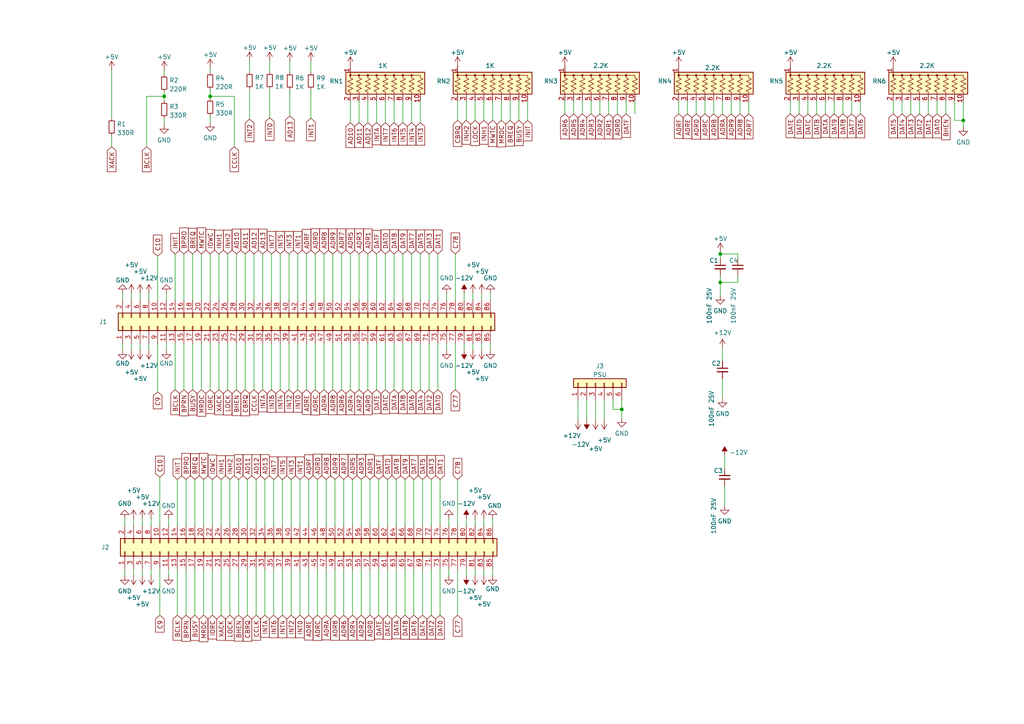
<source format=kicad_sch>
(kicad_sch (version 20211123) (generator eeschema)
  (paper "A4")
  (junction (at 208.915 81.915))
  (junction (at 208.915 73.66))
  (junction (at 47.625 27.94))
  (junction (at 60.96 27.94))
  (junction (at 279.4 34.925))
  (junction (at 180.34 118.745))
  (wire (pts (xy 109.855 152.4) (xy 109.855 139.065)))
  (wire (pts (xy 88.9 86.995) (xy 88.9 73.66)))
  (wire (pts (xy 48.895 165.1) (xy 48.895 167.005)))
  (wire (pts (xy 48.895 152.4) (xy 48.895 150.495)))
  (wire (pts (xy 135.255 29.21) (xy 135.255 34.925)))
  (wire (pts (xy 93.98 99.695) (xy 93.98 113.03)))
  (wire (pts (xy 107.315 152.4) (xy 107.315 139.065)))
  (wire (pts (xy 40.64 86.995) (xy 40.64 85.09)))
  (wire (pts (xy 127.635 165.1) (xy 127.635 178.435)))
  (wire (pts (xy 102.235 165.1) (xy 102.235 178.435)))
  (wire (pts (xy 58.42 86.995) (xy 58.42 73.66)))
  (wire (pts (xy 64.135 165.1) (xy 64.135 178.435)))
  (wire (pts (xy 109.22 86.995) (xy 109.22 73.66)))
  (wire (pts (xy 279.4 34.925) (xy 279.4 36.83)))
  (wire (pts (xy 122.555 165.1) (xy 122.555 178.435)))
  (wire (pts (xy 86.36 86.995) (xy 86.36 73.66)))
  (wire (pts (xy 125.095 165.1) (xy 125.095 178.435)))
  (wire (pts (xy 99.695 152.4) (xy 99.695 139.065)))
  (wire (pts (xy 214.63 29.21) (xy 214.63 33.02)))
  (wire (pts (xy 81.28 86.995) (xy 81.28 73.66)))
  (wire (pts (xy 90.17 26.035) (xy 90.17 34.29)))
  (wire (pts (xy 114.935 165.1) (xy 114.935 178.435)))
  (wire (pts (xy 208.915 81.915) (xy 208.915 85.725)))
  (wire (pts (xy 116.84 29.21) (xy 116.84 35.56)))
  (wire (pts (xy 71.755 165.1) (xy 71.755 178.435)))
  (wire (pts (xy 63.5 99.695) (xy 63.5 113.03)))
  (wire (pts (xy 43.18 86.995) (xy 43.18 85.09)))
  (wire (pts (xy 76.2 86.995) (xy 76.2 73.66)))
  (wire (pts (xy 139.7 86.995) (xy 139.7 85.09)))
  (wire (pts (xy 56.515 152.4) (xy 56.515 139.065)))
  (wire (pts (xy 196.85 29.21) (xy 196.85 33.02)))
  (wire (pts (xy 83.82 86.995) (xy 83.82 73.66)))
  (wire (pts (xy 86.36 99.695) (xy 86.36 113.03)))
  (wire (pts (xy 132.715 29.21) (xy 132.715 34.925)))
  (wire (pts (xy 142.875 29.21) (xy 142.875 34.925)))
  (wire (pts (xy 32.385 39.37) (xy 32.385 42.545)))
  (wire (pts (xy 76.835 165.1) (xy 76.835 178.435)))
  (wire (pts (xy 106.68 99.695) (xy 106.68 113.03)))
  (wire (pts (xy 41.275 152.4) (xy 41.275 150.495)))
  (wire (pts (xy 60.96 27.94) (xy 67.945 27.94)))
  (wire (pts (xy 142.875 152.4) (xy 142.875 150.495)))
  (wire (pts (xy 96.52 86.995) (xy 96.52 73.66)))
  (wire (pts (xy 119.38 86.995) (xy 119.38 73.66)))
  (wire (pts (xy 179.07 29.21) (xy 179.07 33.02)))
  (wire (pts (xy 38.1 86.995) (xy 38.1 85.09)))
  (wire (pts (xy 38.735 165.1) (xy 38.735 167.005)))
  (wire (pts (xy 66.675 152.4) (xy 66.675 139.065)))
  (wire (pts (xy 266.7 29.21) (xy 266.7 33.02)))
  (wire (pts (xy 55.88 99.695) (xy 55.88 113.03)))
  (wire (pts (xy 60.96 19.685) (xy 60.96 20.955)))
  (wire (pts (xy 114.3 86.995) (xy 114.3 73.66)))
  (wire (pts (xy 99.695 165.1) (xy 99.695 178.435)))
  (wire (pts (xy 163.83 29.21) (xy 163.83 33.02)))
  (wire (pts (xy 78.232 17.653) (xy 78.232 20.828)))
  (wire (pts (xy 130.175 152.4) (xy 130.175 150.495)))
  (wire (pts (xy 142.24 99.695) (xy 142.24 101.6)))
  (wire (pts (xy 72.39 17.653) (xy 72.39 20.828)))
  (wire (pts (xy 153.035 29.21) (xy 153.035 34.925)))
  (wire (pts (xy 180.34 118.745) (xy 180.34 121.285)))
  (wire (pts (xy 199.39 29.21) (xy 199.39 33.02)))
  (wire (pts (xy 60.96 26.035) (xy 60.96 27.94)))
  (wire (pts (xy 119.38 99.695) (xy 119.38 113.03)))
  (wire (pts (xy 117.475 165.1) (xy 117.475 178.435)))
  (wire (pts (xy 96.52 99.695) (xy 96.52 113.03)))
  (wire (pts (xy 104.14 99.695) (xy 104.14 113.03)))
  (wire (pts (xy 104.14 29.21) (xy 104.14 35.56)))
  (wire (pts (xy 210.185 140.97) (xy 210.185 146.685)))
  (wire (pts (xy 127.635 152.4) (xy 127.635 139.065)))
  (wire (pts (xy 53.975 165.1) (xy 53.975 178.435)))
  (wire (pts (xy 120.015 165.1) (xy 120.015 178.435)))
  (wire (pts (xy 145.415 29.21) (xy 145.415 34.925)))
  (wire (pts (xy 208.915 73.025) (xy 208.915 73.66)))
  (wire (pts (xy 47.625 34.29) (xy 47.625 36.195)))
  (wire (pts (xy 112.395 165.1) (xy 112.395 178.435)))
  (wire (pts (xy 129.54 99.695) (xy 129.54 101.6)))
  (wire (pts (xy 167.64 116.205) (xy 167.64 121.92)))
  (wire (pts (xy 121.92 86.995) (xy 121.92 73.66)))
  (wire (pts (xy 43.815 152.4) (xy 43.815 150.495)))
  (wire (pts (xy 40.64 99.695) (xy 40.64 101.6)))
  (wire (pts (xy 71.12 86.995) (xy 71.12 73.66)))
  (wire (pts (xy 84.074 26.035) (xy 84.074 33.655)))
  (wire (pts (xy 172.72 116.205) (xy 172.72 121.92)))
  (wire (pts (xy 94.615 165.1) (xy 94.615 178.435)))
  (wire (pts (xy 73.66 99.695) (xy 73.66 113.03)))
  (wire (pts (xy 61.595 165.1) (xy 61.595 178.435)))
  (wire (pts (xy 84.455 152.4) (xy 84.455 139.065)))
  (wire (pts (xy 35.56 86.995) (xy 35.56 85.09)))
  (wire (pts (xy 111.76 29.21) (xy 111.76 35.56)))
  (wire (pts (xy 247.015 29.21) (xy 247.015 33.02)))
  (wire (pts (xy 63.5 86.995) (xy 63.5 73.66)))
  (wire (pts (xy 204.47 29.21) (xy 204.47 33.02)))
  (wire (pts (xy 71.12 99.695) (xy 71.12 113.03)))
  (wire (pts (xy 117.475 152.4) (xy 117.475 139.065)))
  (wire (pts (xy 208.915 80.01) (xy 208.915 81.915)))
  (wire (pts (xy 213.995 80.01) (xy 213.995 81.915)))
  (wire (pts (xy 109.22 99.695) (xy 109.22 113.03)))
  (wire (pts (xy 50.8 99.695) (xy 50.8 113.03)))
  (wire (pts (xy 60.96 86.995) (xy 60.96 73.66)))
  (wire (pts (xy 46.355 165.1) (xy 46.355 178.435)))
  (wire (pts (xy 50.8 86.995) (xy 50.8 73.66)))
  (wire (pts (xy 47.625 27.94) (xy 47.625 29.21)))
  (wire (pts (xy 64.135 152.4) (xy 64.135 139.065)))
  (wire (pts (xy 121.92 29.21) (xy 121.92 35.56)))
  (wire (pts (xy 125.095 152.4) (xy 125.095 139.065)))
  (wire (pts (xy 86.995 165.1) (xy 86.995 178.435)))
  (wire (pts (xy 120.015 152.4) (xy 120.015 139.065)))
  (wire (pts (xy 55.88 86.995) (xy 55.88 73.66)))
  (wire (pts (xy 130.175 165.1) (xy 130.175 167.005)))
  (wire (pts (xy 93.98 86.995) (xy 93.98 73.66)))
  (wire (pts (xy 101.6 29.21) (xy 101.6 35.56)))
  (wire (pts (xy 51.435 165.1) (xy 51.435 178.435)))
  (wire (pts (xy 166.37 29.21) (xy 166.37 33.02)))
  (wire (pts (xy 38.735 152.4) (xy 38.735 150.495)))
  (wire (pts (xy 42.545 27.94) (xy 42.545 42.545)))
  (wire (pts (xy 116.84 86.995) (xy 116.84 73.66)))
  (wire (pts (xy 209.55 29.21) (xy 209.55 33.02)))
  (wire (pts (xy 137.795 29.21) (xy 137.795 34.925)))
  (wire (pts (xy 209.55 100.965) (xy 209.55 104.775)))
  (wire (pts (xy 69.215 152.4) (xy 69.215 139.065)))
  (wire (pts (xy 69.215 165.1) (xy 69.215 178.435)))
  (wire (pts (xy 35.56 99.695) (xy 35.56 101.6)))
  (wire (pts (xy 78.74 99.695) (xy 78.74 113.03)))
  (wire (pts (xy 73.66 86.995) (xy 73.66 73.66)))
  (wire (pts (xy 68.58 99.695) (xy 68.58 113.03)))
  (wire (pts (xy 137.795 165.1) (xy 137.795 167.005)))
  (wire (pts (xy 139.7 99.695) (xy 139.7 101.6)))
  (wire (pts (xy 58.42 99.695) (xy 58.42 113.03)))
  (wire (pts (xy 171.45 29.21) (xy 171.45 33.02)))
  (wire (pts (xy 127 86.995) (xy 127 73.66)))
  (wire (pts (xy 109.855 165.1) (xy 109.855 178.435)))
  (wire (pts (xy 209.55 109.855) (xy 209.55 115.57)))
  (wire (pts (xy 208.915 81.915) (xy 213.995 81.915)))
  (wire (pts (xy 91.44 86.995) (xy 91.44 73.66)))
  (wire (pts (xy 261.62 29.21) (xy 261.62 33.02)))
  (wire (pts (xy 92.075 165.1) (xy 92.075 178.435)))
  (wire (pts (xy 249.555 29.21) (xy 249.555 33.02)))
  (wire (pts (xy 264.16 29.21) (xy 264.16 33.02)))
  (wire (pts (xy 177.8 116.205) (xy 177.8 118.745)))
  (wire (pts (xy 41.275 165.1) (xy 41.275 167.005)))
  (wire (pts (xy 43.18 99.695) (xy 43.18 101.6)))
  (wire (pts (xy 140.335 152.4) (xy 140.335 150.495)))
  (wire (pts (xy 89.535 165.1) (xy 89.535 178.435)))
  (wire (pts (xy 111.76 99.695) (xy 111.76 113.03)))
  (wire (pts (xy 231.775 29.21) (xy 231.775 33.02)))
  (wire (pts (xy 78.74 86.995) (xy 78.74 73.66)))
  (wire (pts (xy 127 99.695) (xy 127 113.03)))
  (wire (pts (xy 74.295 152.4) (xy 74.295 139.065)))
  (wire (pts (xy 114.3 29.21) (xy 114.3 35.56)))
  (wire (pts (xy 101.6 99.695) (xy 101.6 113.03)))
  (wire (pts (xy 104.775 165.1) (xy 104.775 178.435)))
  (wire (pts (xy 274.32 29.21) (xy 274.32 33.02)))
  (wire (pts (xy 72.39 25.908) (xy 72.39 34.544)))
  (wire (pts (xy 129.54 86.995) (xy 129.54 85.09)))
  (wire (pts (xy 97.155 165.1) (xy 97.155 178.435)))
  (wire (pts (xy 175.26 116.205) (xy 175.26 121.92)))
  (wire (pts (xy 137.16 99.695) (xy 137.16 101.6)))
  (wire (pts (xy 53.975 152.4) (xy 53.975 139.065)))
  (wire (pts (xy 79.375 152.4) (xy 79.375 139.065)))
  (wire (pts (xy 180.34 116.205) (xy 180.34 118.745)))
  (wire (pts (xy 86.995 152.4) (xy 86.995 139.065)))
  (wire (pts (xy 241.935 29.21) (xy 241.935 33.02)))
  (wire (pts (xy 89.535 152.4) (xy 89.535 139.065)))
  (wire (pts (xy 114.935 152.4) (xy 114.935 139.065)))
  (wire (pts (xy 122.555 152.4) (xy 122.555 139.065)))
  (wire (pts (xy 78.232 25.908) (xy 78.232 34.163)))
  (wire (pts (xy 132.08 73.66) (xy 132.08 86.995)))
  (wire (pts (xy 47.625 26.67) (xy 47.625 27.94)))
  (wire (pts (xy 177.8 118.745) (xy 180.34 118.745)))
  (wire (pts (xy 269.24 29.21) (xy 269.24 33.02)))
  (wire (pts (xy 213.995 73.66) (xy 213.995 74.93)))
  (wire (pts (xy 109.22 29.21) (xy 109.22 35.56)))
  (wire (pts (xy 47.625 20.32) (xy 47.625 21.59)))
  (wire (pts (xy 79.375 165.1) (xy 79.375 178.435)))
  (wire (pts (xy 176.53 29.21) (xy 176.53 33.02)))
  (wire (pts (xy 48.26 86.995) (xy 48.26 85.09)))
  (wire (pts (xy 114.3 99.695) (xy 114.3 113.03)))
  (wire (pts (xy 81.915 152.4) (xy 81.915 139.065)))
  (wire (pts (xy 32.385 20.32) (xy 32.385 34.29)))
  (wire (pts (xy 68.58 86.995) (xy 68.58 73.66)))
  (wire (pts (xy 92.075 152.4) (xy 92.075 139.065)))
  (wire (pts (xy 244.475 29.21) (xy 244.475 33.02)))
  (wire (pts (xy 56.515 165.1) (xy 56.515 178.435)))
  (wire (pts (xy 60.96 99.695) (xy 60.96 113.03)))
  (wire (pts (xy 66.04 99.695) (xy 66.04 113.03)))
  (wire (pts (xy 140.335 29.21) (xy 140.335 34.925)))
  (wire (pts (xy 67.945 27.94) (xy 67.945 42.545)))
  (wire (pts (xy 101.6 86.995) (xy 101.6 73.66)))
  (wire (pts (xy 74.295 165.1) (xy 74.295 178.435)))
  (wire (pts (xy 212.09 29.21) (xy 212.09 33.02)))
  (wire (pts (xy 112.395 152.4) (xy 112.395 139.065)))
  (wire (pts (xy 276.86 29.21) (xy 276.86 34.925)))
  (wire (pts (xy 45.72 99.695) (xy 45.72 113.665)))
  (wire (pts (xy 217.17 29.21) (xy 217.17 33.02)))
  (wire (pts (xy 207.01 29.21) (xy 207.01 33.02)))
  (wire (pts (xy 106.68 29.21) (xy 106.68 35.56)))
  (wire (pts (xy 208.915 73.66) (xy 208.915 74.93)))
  (wire (pts (xy 88.9 99.695) (xy 88.9 113.03)))
  (wire (pts (xy 59.055 165.1) (xy 59.055 178.435)))
  (wire (pts (xy 210.185 132.08) (xy 210.185 135.89)))
  (wire (pts (xy 36.195 152.4) (xy 36.195 150.495)))
  (wire (pts (xy 46.355 138.43) (xy 46.355 152.4)))
  (wire (pts (xy 48.26 99.695) (xy 48.26 101.6)))
  (wire (pts (xy 61.595 152.4) (xy 61.595 139.065)))
  (wire (pts (xy 124.46 86.995) (xy 124.46 73.66)))
  (wire (pts (xy 84.074 17.78) (xy 84.074 20.955)))
  (wire (pts (xy 91.44 99.695) (xy 91.44 113.03)))
  (wire (pts (xy 279.4 29.21) (xy 279.4 34.925)))
  (wire (pts (xy 71.755 152.4) (xy 71.755 139.065)))
  (wire (pts (xy 236.855 29.21) (xy 236.855 33.02)))
  (wire (pts (xy 81.28 99.695) (xy 81.28 113.03)))
  (wire (pts (xy 137.16 86.995) (xy 137.16 85.09)))
  (wire (pts (xy 132.715 165.1) (xy 132.715 178.435)))
  (wire (pts (xy 168.91 29.21) (xy 168.91 33.02)))
  (wire (pts (xy 150.495 29.21) (xy 150.495 34.925)))
  (wire (pts (xy 170.18 116.205) (xy 170.18 121.92)))
  (wire (pts (xy 132.715 139.065) (xy 132.715 152.4)))
  (wire (pts (xy 59.055 152.4) (xy 59.055 139.065)))
  (wire (pts (xy 53.34 86.995) (xy 53.34 73.66)))
  (wire (pts (xy 137.795 152.4) (xy 137.795 150.495)))
  (wire (pts (xy 36.195 165.1) (xy 36.195 167.005)))
  (wire (pts (xy 60.96 33.655) (xy 60.96 35.56)))
  (wire (pts (xy 142.875 165.1) (xy 142.875 167.005)))
  (wire (pts (xy 45.72 74.295) (xy 45.72 86.995)))
  (wire (pts (xy 43.815 165.1) (xy 43.815 167.005)))
  (wire (pts (xy 271.78 29.21) (xy 271.78 33.02)))
  (wire (pts (xy 76.2 99.695) (xy 76.2 113.03)))
  (wire (pts (xy 116.84 99.695) (xy 116.84 113.03)))
  (wire (pts (xy 276.86 34.925) (xy 279.4 34.925)))
  (wire (pts (xy 201.93 29.21) (xy 201.93 33.02)))
  (wire (pts (xy 99.06 99.695) (xy 99.06 113.03)))
  (wire (pts (xy 208.915 73.66) (xy 213.995 73.66)))
  (wire (pts (xy 121.92 99.695) (xy 121.92 113.03)))
  (wire (pts (xy 97.155 152.4) (xy 97.155 139.065)))
  (wire (pts (xy 51.435 152.4) (xy 51.435 139.065)))
  (wire (pts (xy 134.62 99.695) (xy 134.62 101.6)))
  (wire (pts (xy 94.615 152.4) (xy 94.615 139.065)))
  (wire (pts (xy 119.38 29.21) (xy 119.38 35.56)))
  (wire (pts (xy 147.955 29.21) (xy 147.955 34.925)))
  (wire (pts (xy 184.15 29.21) (xy 184.15 33.02)))
  (wire (pts (xy 181.61 29.21) (xy 181.61 33.02)))
  (wire (pts (xy 229.235 29.21) (xy 229.235 33.02)))
  (wire (pts (xy 234.315 29.21) (xy 234.315 33.02)))
  (wire (pts (xy 104.14 86.995) (xy 104.14 73.66)))
  (wire (pts (xy 90.17 17.78) (xy 90.17 20.955)))
  (wire (pts (xy 104.775 152.4) (xy 104.775 139.065)))
  (wire (pts (xy 38.1 99.695) (xy 38.1 101.6)))
  (wire (pts (xy 106.68 86.995) (xy 106.68 73.66)))
  (wire (pts (xy 259.08 29.21) (xy 259.08 33.02)))
  (wire (pts (xy 47.625 27.94) (xy 42.545 27.94)))
  (wire (pts (xy 140.335 165.1) (xy 140.335 167.005)))
  (wire (pts (xy 66.675 165.1) (xy 66.675 178.435)))
  (wire (pts (xy 135.255 165.1) (xy 135.255 167.005)))
  (wire (pts (xy 53.34 99.695) (xy 53.34 113.03)))
  (wire (pts (xy 173.99 29.21) (xy 173.99 33.02)))
  (wire (pts (xy 134.62 86.995) (xy 134.62 85.09)))
  (wire (pts (xy 99.06 86.995) (xy 99.06 73.66)))
  (wire (pts (xy 66.04 86.995) (xy 66.04 73.66)))
  (wire (pts (xy 135.255 152.4) (xy 135.255 150.495)))
  (wire (pts (xy 142.24 86.995) (xy 142.24 85.09)))
  (wire (pts (xy 132.08 99.695) (xy 132.08 113.03)))
  (wire (pts (xy 60.96 27.94) (xy 60.96 28.575)))
  (wire (pts (xy 83.82 99.695) (xy 83.82 113.03)))
  (wire (pts (xy 107.315 165.1) (xy 107.315 178.435)))
  (wire (pts (xy 102.235 152.4) (xy 102.235 139.065)))
  (wire (pts (xy 76.835 152.4) (xy 76.835 139.065)))
  (wire (pts (xy 124.46 99.695) (xy 124.46 113.03)))
  (wire (pts (xy 111.76 86.995) (xy 111.76 73.66)))
  (wire (pts (xy 239.395 29.21) (xy 239.395 33.02)))
  (wire (pts (xy 84.455 165.1) (xy 84.455 178.435)))
  (wire (pts (xy 81.915 165.1) (xy 81.915 178.435)))
  (global_label "DATB" (shape input) (at 236.855 33.02 270) (property "Intersheet References" "${INTERSHEET_REFS}" (effects hide)))
  (global_label "DAT0" (shape input) (at 127.635 178.435 270) (property "Intersheet References" "${INTERSHEET_REFS}" (effects hide)))
  (global_label "DATE" (shape input) (at 109.855 178.435 270) (property "Intersheet References" "${INTERSHEET_REFS}" (effects hide)))
  (global_label "INTA" (shape input) (at 76.2 113.03 270) (property "Intersheet References" "${INTERSHEET_REFS}" (effects hide)))
  (global_label "MWTC" (shape input) (at 58.42 73.66 90) (property "Intersheet References" "${INTERSHEET_REFS}" (effects hide)))
  (global_label "INTA" (shape input) (at 76.835 178.435 270) (property "Intersheet References" "${INTERSHEET_REFS}" (effects hide)))
  (global_label "AD13" (shape input) (at 84.074 33.655 270) (property "Intersheet References" "${INTERSHEET_REFS}" (effects hide)))
  (global_label "MWTC" (shape input) (at 59.055 139.065 90) (property "Intersheet References" "${INTERSHEET_REFS}" (effects hide)))
  (global_label "INIT" (shape input) (at 153.035 34.925 270) (property "Intersheet References" "${INTERSHEET_REFS}" (effects hide)))
  (global_label "INT7" (shape input) (at 79.375 139.065 90) (property "Intersheet References" "${INTERSHEET_REFS}" (effects hide)))
  (global_label "DATC" (shape input) (at 111.76 113.03 270) (property "Intersheet References" "${INTERSHEET_REFS}" (effects hide)))
  (global_label "AD12" (shape input) (at 74.295 139.065 90) (property "Intersheet References" "${INTERSHEET_REFS}" (effects hide)))
  (global_label "ADR0" (shape input) (at 107.315 178.435 270) (property "Intersheet References" "${INTERSHEET_REFS}" (effects hide)))
  (global_label "BPRO" (shape input) (at 53.34 73.66 90) (property "Intersheet References" "${INTERSHEET_REFS}" (effects hide)))
  (global_label "BCLK" (shape input) (at 42.545 42.545 270) (property "Intersheet References" "${INTERSHEET_REFS}" (effects hide)))
  (global_label "BHEN" (shape input) (at 69.215 178.435 270) (property "Intersheet References" "${INTERSHEET_REFS}" (effects hide)))
  (global_label "CCLK" (shape input) (at 74.295 178.435 270) (property "Intersheet References" "${INTERSHEET_REFS}" (effects hide)))
  (global_label "C77" (shape input) (at 132.715 178.435 270) (property "Intersheet References" "${INTERSHEET_REFS}" (effects hide)))
  (global_label "ADR4" (shape input) (at 168.91 33.02 270) (property "Intersheet References" "${INTERSHEET_REFS}" (effects hide)))
  (global_label "INT1" (shape input) (at 86.995 139.065 90) (property "Intersheet References" "${INTERSHEET_REFS}" (effects hide)))
  (global_label "DATC" (shape input) (at 112.395 178.435 270) (property "Intersheet References" "${INTERSHEET_REFS}" (effects hide)))
  (global_label "DAT5" (shape input) (at 122.555 139.065 90) (property "Intersheet References" "${INTERSHEET_REFS}" (effects hide)))
  (global_label "ADR4" (shape input) (at 102.235 178.435 270) (property "Intersheet References" "${INTERSHEET_REFS}" (effects hide)))
  (global_label "AD11" (shape input) (at 71.755 139.065 90) (property "Intersheet References" "${INTERSHEET_REFS}" (effects hide)))
  (global_label "DAT0" (shape input) (at 127 113.03 270) (property "Intersheet References" "${INTERSHEET_REFS}" (effects hide)))
  (global_label "INT2" (shape input) (at 72.39 34.544 270) (property "Intersheet References" "${INTERSHEET_REFS}" (effects hide)))
  (global_label "ADRA" (shape input) (at 94.615 178.435 270) (property "Intersheet References" "${INTERSHEET_REFS}" (effects hide)))
  (global_label "INT3" (shape input) (at 121.92 35.56 270) (property "Intersheet References" "${INTERSHEET_REFS}" (effects hide)))
  (global_label "INH2" (shape input) (at 135.255 34.925 270) (property "Intersheet References" "${INTERSHEET_REFS}" (effects hide)))
  (global_label "ADR1" (shape input) (at 106.68 73.66 90) (property "Intersheet References" "${INTERSHEET_REFS}" (effects hide)))
  (global_label "CCLK" (shape input) (at 73.66 113.03 270) (property "Intersheet References" "${INTERSHEET_REFS}" (effects hide)))
  (global_label "CBRQ" (shape input) (at 132.715 34.925 270) (property "Intersheet References" "${INTERSHEET_REFS}" (effects hide)))
  (global_label "ADR0" (shape input) (at 179.07 33.02 270) (property "Intersheet References" "${INTERSHEET_REFS}" (effects hide)))
  (global_label "ADR8" (shape input) (at 214.63 33.02 270) (property "Intersheet References" "${INTERSHEET_REFS}" (effects hide)))
  (global_label "ADRF" (shape input) (at 88.9 73.66 90) (property "Intersheet References" "${INTERSHEET_REFS}" (effects hide)))
  (global_label "INT2" (shape input) (at 84.455 178.435 270) (property "Intersheet References" "${INTERSHEET_REFS}" (effects hide)))
  (global_label "DATA" (shape input) (at 114.3 113.03 270) (property "Intersheet References" "${INTERSHEET_REFS}" (effects hide)))
  (global_label "MRDC" (shape input) (at 58.42 113.03 270) (property "Intersheet References" "${INTERSHEET_REFS}" (effects hide)))
  (global_label "INT1" (shape input) (at 86.36 73.66 90) (property "Intersheet References" "${INTERSHEET_REFS}" (effects hide)))
  (global_label "DAT3" (shape input) (at 264.16 33.02 270) (property "Intersheet References" "${INTERSHEET_REFS}" (effects hide)))
  (global_label "AD12" (shape input) (at 73.66 73.66 90) (property "Intersheet References" "${INTERSHEET_REFS}" (effects hide)))
  (global_label "INH1" (shape input) (at 64.135 139.065 90) (property "Intersheet References" "${INTERSHEET_REFS}" (effects hide)))
  (global_label "AD13" (shape input) (at 76.2 73.66 90) (property "Intersheet References" "${INTERSHEET_REFS}" (effects hide)))
  (global_label "DATC" (shape input) (at 234.315 33.02 270) (property "Intersheet References" "${INTERSHEET_REFS}" (effects hide)))
  (global_label "BCLK" (shape input) (at 51.435 178.435 270) (property "Intersheet References" "${INTERSHEET_REFS}" (effects hide)))
  (global_label "ADRC" (shape input) (at 204.47 33.02 270) (property "Intersheet References" "${INTERSHEET_REFS}" (effects hide)))
  (global_label "DAT1" (shape input) (at 127 73.66 90) (property "Intersheet References" "${INTERSHEET_REFS}" (effects hide)))
  (global_label "ADRC" (shape input) (at 92.075 178.435 270) (property "Intersheet References" "${INTERSHEET_REFS}" (effects hide)))
  (global_label "INT6" (shape input) (at 79.375 178.435 270) (property "Intersheet References" "${INTERSHEET_REFS}" (effects hide)))
  (global_label "DAT2" (shape input) (at 266.7 33.02 270) (property "Intersheet References" "${INTERSHEET_REFS}" (effects hide)))
  (global_label "BHEN" (shape input) (at 68.58 113.03 270) (property "Intersheet References" "${INTERSHEET_REFS}" (effects hide)))
  (global_label "DATB" (shape input) (at 114.935 139.065 90) (property "Intersheet References" "${INTERSHEET_REFS}" (effects hide)))
  (global_label "ADRF" (shape input) (at 196.85 33.02 270) (property "Intersheet References" "${INTERSHEET_REFS}" (effects hide)))
  (global_label "ADR3" (shape input) (at 104.775 139.065 90) (property "Intersheet References" "${INTERSHEET_REFS}" (effects hide)))
  (global_label "INT3" (shape input) (at 84.455 139.065 90) (property "Intersheet References" "${INTERSHEET_REFS}" (effects hide)))
  (global_label "CBRQ" (shape input) (at 71.755 178.435 270) (property "Intersheet References" "${INTERSHEET_REFS}" (effects hide)))
  (global_label "CBRQ" (shape input) (at 71.12 113.03 270) (property "Intersheet References" "${INTERSHEET_REFS}" (effects hide)))
  (global_label "ADRA" (shape input) (at 93.98 113.03 270) (property "Intersheet References" "${INTERSHEET_REFS}" (effects hide)))
  (global_label "AD10" (shape input) (at 101.6 35.56 270) (property "Intersheet References" "${INTERSHEET_REFS}" (effects hide)))
  (global_label "BCLK" (shape input) (at 50.8 113.03 270) (property "Intersheet References" "${INTERSHEET_REFS}" (effects hide)))
  (global_label "ADR2" (shape input) (at 104.14 113.03 270) (property "Intersheet References" "${INTERSHEET_REFS}" (effects hide)))
  (global_label "INT3" (shape input) (at 83.82 73.66 90) (property "Intersheet References" "${INTERSHEET_REFS}" (effects hide)))
  (global_label "ADR5" (shape input) (at 166.37 33.02 270) (property "Intersheet References" "${INTERSHEET_REFS}" (effects hide)))
  (global_label "MWTC" (shape input) (at 142.875 34.925 270) (property "Intersheet References" "${INTERSHEET_REFS}" (effects hide)))
  (global_label "AD10" (shape input) (at 68.58 73.66 90) (property "Intersheet References" "${INTERSHEET_REFS}" (effects hide)))
  (global_label "ADRE" (shape input) (at 199.39 33.02 270) (property "Intersheet References" "${INTERSHEET_REFS}" (effects hide)))
  (global_label "ADR8" (shape input) (at 97.155 178.435 270) (property "Intersheet References" "${INTERSHEET_REFS}" (effects hide)))
  (global_label "INT4" (shape input) (at 81.28 113.03 270) (property "Intersheet References" "${INTERSHEET_REFS}" (effects hide)))
  (global_label "DAT6" (shape input) (at 249.555 33.02 270) (property "Intersheet References" "${INTERSHEET_REFS}" (effects hide)))
  (global_label "ADRF" (shape input) (at 89.535 139.065 90) (property "Intersheet References" "${INTERSHEET_REFS}" (effects hide)))
  (global_label "DATF" (shape input) (at 109.22 73.66 90) (property "Intersheet References" "${INTERSHEET_REFS}" (effects hide)))
  (global_label "BUSY" (shape input) (at 150.495 34.925 270) (property "Intersheet References" "${INTERSHEET_REFS}" (effects hide)))
  (global_label "ADR7" (shape input) (at 99.695 139.065 90) (property "Intersheet References" "${INTERSHEET_REFS}" (effects hide)))
  (global_label "LOCK" (shape input) (at 137.795 34.925 270) (property "Intersheet References" "${INTERSHEET_REFS}" (effects hide)))
  (global_label "INT0" (shape input) (at 86.995 178.435 270) (property "Intersheet References" "${INTERSHEET_REFS}" (effects hide)))
  (global_label "DATD" (shape input) (at 231.775 33.02 270) (property "Intersheet References" "${INTERSHEET_REFS}" (effects hide)))
  (global_label "XACK" (shape input) (at 63.5 113.03 270) (property "Intersheet References" "${INTERSHEET_REFS}" (effects hide)))
  (global_label "INIT" (shape input) (at 51.435 139.065 90) (property "Intersheet References" "${INTERSHEET_REFS}" (effects hide)))
  (global_label "INH2" (shape input) (at 66.04 73.66 90) (property "Intersheet References" "${INTERSHEET_REFS}" (effects hide)))
  (global_label "INH1" (shape input) (at 63.5 73.66 90) (property "Intersheet References" "${INTERSHEET_REFS}" (effects hide)))
  (global_label "ADRE" (shape input) (at 88.9 113.03 270) (property "Intersheet References" "${INTERSHEET_REFS}" (effects hide)))
  (global_label "MRDC" (shape input) (at 145.415 34.925 270) (property "Intersheet References" "${INTERSHEET_REFS}" (effects hide)))
  (global_label "C10" (shape input) (at 46.355 138.43 90) (property "Intersheet References" "${INTERSHEET_REFS}" (effects hide)))
  (global_label "ADR6" (shape input) (at 163.83 33.02 270) (property "Intersheet References" "${INTERSHEET_REFS}" (effects hide)))
  (global_label "INH2" (shape input) (at 66.675 139.065 90) (property "Intersheet References" "${INTERSHEET_REFS}" (effects hide)))
  (global_label "ADR5" (shape input) (at 101.6 73.66 90) (property "Intersheet References" "${INTERSHEET_REFS}" (effects hide)))
  (global_label "ADRD" (shape input) (at 91.44 73.66 90) (property "Intersheet References" "${INTERSHEET_REFS}" (effects hide)))
  (global_label "ADR4" (shape input) (at 101.6 113.03 270) (property "Intersheet References" "${INTERSHEET_REFS}" (effects hide)))
  (global_label "AD10" (shape input) (at 69.215 139.065 90) (property "Intersheet References" "${INTERSHEET_REFS}" (effects hide)))
  (global_label "ADRD" (shape input) (at 92.075 139.065 90) (property "Intersheet References" "${INTERSHEET_REFS}" (effects hide)))
  (global_label "C9" (shape input) (at 45.72 113.665 270) (property "Intersheet References" "${INTERSHEET_REFS}" (effects hide)))
  (global_label "DAT4" (shape input) (at 261.62 33.02 270) (property "Intersheet References" "${INTERSHEET_REFS}" (effects hide)))
  (global_label "DATE" (shape input) (at 109.22 113.03 270) (property "Intersheet References" "${INTERSHEET_REFS}" (effects hide)))
  (global_label "AD11" (shape input) (at 71.12 73.66 90) (property "Intersheet References" "${INTERSHEET_REFS}" (effects hide)))
  (global_label "DAT3" (shape input) (at 124.46 73.66 90) (property "Intersheet References" "${INTERSHEET_REFS}" (effects hide)))
  (global_label "DAT5" (shape input) (at 259.08 33.02 270) (property "Intersheet References" "${INTERSHEET_REFS}" (effects hide)))
  (global_label "DAT8" (shape input) (at 244.475 33.02 270) (property "Intersheet References" "${INTERSHEET_REFS}" (effects hide)))
  (global_label "ADRD" (shape input) (at 201.93 33.02 270) (property "Intersheet References" "${INTERSHEET_REFS}" (effects hide)))
  (global_label "INT4" (shape input) (at 81.915 178.435 270) (property "Intersheet References" "${INTERSHEET_REFS}" (effects hide)))
  (global_label "INT0" (shape input) (at 78.232 34.163 270) (property "Intersheet References" "${INTERSHEET_REFS}" (effects hide)))
  (global_label "C9" (shape input) (at 46.355 178.435 270) (property "Intersheet References" "${INTERSHEET_REFS}" (effects hide)))
  (global_label "XACK" (shape input) (at 64.135 178.435 270) (property "Intersheet References" "${INTERSHEET_REFS}" (effects hide)))
  (global_label "BUSY" (shape input) (at 56.515 178.435 270) (property "Intersheet References" "${INTERSHEET_REFS}" (effects hide)))
  (global_label "AD11" (shape input) (at 104.14 35.56 270) (property "Intersheet References" "${INTERSHEET_REFS}" (effects hide)))
  (global_label "INT1" (shape input) (at 90.17 34.29 270) (property "Intersheet References" "${INTERSHEET_REFS}" (effects hide)))
  (global_label "DAT7" (shape input) (at 120.015 139.065 90) (property "Intersheet References" "${INTERSHEET_REFS}" (effects hide)))
  (global_label "ADR6" (shape input) (at 99.06 113.03 270) (property "Intersheet References" "${INTERSHEET_REFS}" (effects hide)))
  (global_label "DAT6" (shape input) (at 119.38 113.03 270) (property "Intersheet References" "${INTERSHEET_REFS}" (effects hide)))
  (global_label "IORC" (shape input) (at 61.595 178.435 270) (property "Intersheet References" "${INTERSHEET_REFS}" (effects hide)))
  (global_label "INT5" (shape input) (at 116.84 35.56 270) (property "Intersheet References" "${INTERSHEET_REFS}" (effects hide)))
  (global_label "INT7" (shape input) (at 111.76 35.56 270) (property "Intersheet References" "${INTERSHEET_REFS}" (effects hide)))
  (global_label "ADR9" (shape input) (at 97.155 139.065 90) (property "Intersheet References" "${INTERSHEET_REFS}" (effects hide)))
  (global_label "DATA" (shape input) (at 239.395 33.02 270) (property "Intersheet References" "${INTERSHEET_REFS}" (effects hide)))
  (global_label "DATE" (shape input) (at 229.235 33.02 270) (property "Intersheet References" "${INTERSHEET_REFS}" (effects hide)))
  (global_label "DAT3" (shape input) (at 125.095 139.065 90) (property "Intersheet References" "${INTERSHEET_REFS}" (effects hide)))
  (global_label "ADR1" (shape input) (at 107.315 139.065 90) (property "Intersheet References" "${INTERSHEET_REFS}" (effects hide)))
  (global_label "DAT5" (shape input) (at 121.92 73.66 90) (property "Intersheet References" "${INTERSHEET_REFS}" (effects hide)))
  (global_label "ADRB" (shape input) (at 207.01 33.02 270) (property "Intersheet References" "${INTERSHEET_REFS}" (effects hide)))
  (global_label "BUSY" (shape input) (at 55.88 113.03 270) (property "Intersheet References" "${INTERSHEET_REFS}" (effects hide)))
  (global_label "INTA" (shape input) (at 109.22 35.56 270) (property "Intersheet References" "${INTERSHEET_REFS}" (effects hide)))
  (global_label "BHEN" (shape input) (at 274.32 33.02 270) (property "Intersheet References" "${INTERSHEET_REFS}" (effects hide)))
  (global_label "ADR0" (shape input) (at 106.68 113.03 270) (property "Intersheet References" "${INTERSHEET_REFS}" (effects hide)))
  (global_label "INH1" (shape input) (at 140.335 34.925 270) (property "Intersheet References" "${INTERSHEET_REFS}" (effects hide)))
  (global_label "DAT0" (shape input) (at 271.78 33.02 270) (property "Intersheet References" "${INTERSHEET_REFS}" (effects hide)))
  (global_label "BPRO" (shape input) (at 53.975 139.065 90) (property "Intersheet References" "${INTERSHEET_REFS}" (effects hide)))
  (global_label "DAT7" (shape input) (at 119.38 73.66 90) (property "Intersheet References" "${INTERSHEET_REFS}" (effects hide)))
  (global_label "XACK" (shape input) (at 32.385 42.545 270) (property "Intersheet References" "${INTERSHEET_REFS}" (effects hide)))
  (global_label "DATF" (shape input) (at 181.61 33.02 270) (property "Intersheet References" "${INTERSHEET_REFS}" (effects hide)))
  (global_label "C78" (shape input) (at 132.715 139.065 90) (property "Intersheet References" "${INTERSHEET_REFS}" (effects hide)))
  (global_label "INT7" (shape input) (at 78.74 73.66 90) (property "Intersheet References" "${INTERSHEET_REFS}" (effects hide)))
  (global_label "ADR9" (shape input) (at 212.09 33.02 270) (property "Intersheet References" "${INTERSHEET_REFS}" (effects hide)))
  (global_label "ADR5" (shape input) (at 102.235 139.065 90) (property "Intersheet References" "${INTERSHEET_REFS}" (effects hide)))
  (global_label "DATD" (shape input) (at 112.395 139.065 90) (property "Intersheet References" "${INTERSHEET_REFS}" (effects hide)))
  (global_label "INT0" (shape input) (at 86.36 113.03 270) (property "Intersheet References" "${INTERSHEET_REFS}" (effects hide)))
  (global_label "DAT4" (shape input) (at 121.92 113.03 270) (property "Intersheet References" "${INTERSHEET_REFS}" (effects hide)))
  (global_label "DAT9" (shape input) (at 117.475 139.065 90) (property "Intersheet References" "${INTERSHEET_REFS}" (effects hide)))
  (global_label "INT5" (shape input) (at 81.28 73.66 90) (property "Intersheet References" "${INTERSHEET_REFS}" (effects hide)))
  (global_label "DATA" (shape input) (at 114.935 178.435 270) (property "Intersheet References" "${INTERSHEET_REFS}" (effects hide)))
  (global_label "DATF" (shape input) (at 109.855 139.065 90) (property "Intersheet References" "${INTERSHEET_REFS}" (effects hide)))
  (global_label "IORC" (shape input) (at 60.96 113.03 270) (property "Intersheet References" "${INTERSHEET_REFS}" (effects hide)))
  (global_label "C78" (shape input) (at 132.08 73.66 90) (property "Intersheet References" "${INTERSHEET_REFS}" (effects hide)))
  (global_label "ADR3" (shape input) (at 104.14 73.66 90) (property "Intersheet References" "${INTERSHEET_REFS}" (effects hide)))
  (global_label "DAT1" (shape input) (at 127.635 139.065 90) (property "Intersheet References" "${INTERSHEET_REFS}" (effects hide)))
  (global_label "DAT8" (shape input) (at 116.84 113.03 270) (property "Intersheet References" "${INTERSHEET_REFS}" (effects hide)))
  (global_label "AD13" (shape input) (at 76.835 139.065 90) (property "Intersheet References" "${INTERSHEET_REFS}" (effects hide)))
  (global_label "DAT9" (shape input) (at 241.935 33.02 270) (property "Intersheet References" "${INTERSHEET_REFS}" (effects hide)))
  (global_label "LOCK" (shape input) (at 66.675 178.435 270) (property "Intersheet References" "${INTERSHEET_REFS}" (effects hide)))
  (global_label "BREQ" (shape input) (at 147.955 34.925 270) (property "Intersheet References" "${INTERSHEET_REFS}" (effects hide)))
  (global_label "IOWC" (shape input) (at 61.595 139.065 90) (property "Intersheet References" "${INTERSHEET_REFS}" (effects hide)))
  (global_label "INT5" (shape input) (at 81.915 139.065 90) (property "Intersheet References" "${INTERSHEET_REFS}" (effects hide)))
  (global_label "ADRC" (shape input) (at 91.44 113.03 270) (property "Intersheet References" "${INTERSHEET_REFS}" (effects hide)))
  (global_label "ADR6" (shape input) (at 99.695 178.435 270) (property "Intersheet References" "${INTERSHEET_REFS}" (effects hide)))
  (global_label "DATD" (shape input) (at 111.76 73.66 90) (property "Intersheet References" "${INTERSHEET_REFS}" (effects hide)))
  (global_label "ADRE" (shape input) (at 89.535 178.435 270) (property "Intersheet References" "${INTERSHEET_REFS}" (effects hide)))
  (global_label "DAT2" (shape input) (at 125.095 178.435 270) (property "Intersheet References" "${INTERSHEET_REFS}" (effects hide)))
  (global_label "ADR7" (shape input) (at 99.06 73.66 90) (property "Intersheet References" "${INTERSHEET_REFS}" (effects hide)))
  (global_label "INT2" (shape input) (at 83.82 113.03 270) (property "Intersheet References" "${INTERSHEET_REFS}" (effects hide)))
  (global_label "DAT4" (shape input) (at 122.555 178.435 270) (property "Intersheet References" "${INTERSHEET_REFS}" (effects hide)))
  (global_label "BPRN" (shape input) (at 53.975 178.435 270) (property "Intersheet References" "${INTERSHEET_REFS}" (effects hide)))
  (global_label "ADR3" (shape input) (at 171.45 33.02 270) (property "Intersheet References" "${INTERSHEET_REFS}" (effects hide)))
  (global_label "DAT2" (shape input) (at 124.46 113.03 270) (property "Intersheet References" "${INTERSHEET_REFS}" (effects hide)))
  (global_label "BREQ" (shape input) (at 55.88 73.66 90) (property "Intersheet References" "${INTERSHEET_REFS}" (effects hide)))
  (global_label "ADR9" (shape input) (at 96.52 73.66 90) (property "Intersheet References" "${INTERSHEET_REFS}" (effects hide)))
  (global_label "ADRB" (shape input) (at 94.615 139.065 90) (property "Intersheet References" "${INTERSHEET_REFS}" (effects hide)))
  (global_label "C10" (shape input) (at 45.72 74.295 90) (property "Intersheet References" "${INTERSHEET_REFS}" (effects hide)))
  (global_label "IOWC" (shape input) (at 60.96 73.66 90) (property "Intersheet References" "${INTERSHEET_REFS}" (effects hide)))
  (global_label "ADR2" (shape input) (at 104.775 178.435 270) (property "Intersheet References" "${INTERSHEET_REFS}" (effects hide)))
  (global_label "ADR7" (shape input) (at 217.17 33.02 270) (property "Intersheet References" "${INTERSHEET_REFS}" (effects hide)))
  (global_label "ADRB" (shape input) (at 93.98 73.66 90) (property "Intersheet References" "${INTERSHEET_REFS}" (effects hide)))
  (global_label "AD12" (shape input) (at 106.68 35.56 270) (property "Intersheet References" "${INTERSHEET_REFS}" (effects hide)))
  (global_label "BREQ" (shape input) (at 56.515 139.065 90) (property "Intersheet References" "${INTERSHEET_REFS}" (effects hide)))
  (global_label "DAT9" (shape input) (at 116.84 73.66 90) (property "Intersheet References" "${INTERSHEET_REFS}" (effects hide)))
  (global_label "DAT7" (shape input) (at 247.015 33.02 270) (property "Intersheet References" "${INTERSHEET_REFS}" (effects hide)))
  (global_label "INIT" (shape input) (at 50.8 73.66 90) (property "Intersheet References" "${INTERSHEET_REFS}" (effects hide)))
  (global_label "LOCK" (shape input) (at 66.04 113.03 270) (property "Intersheet References" "${INTERSHEET_REFS}" (effects hide)))
  (global_label "INT6" (shape input) (at 78.74 113.03 270) (property "Intersheet References" "${INTERSHEET_REFS}" (effects hide)))
  (global_label "ADR2" (shape input) (at 173.99 33.02 270) (property "Intersheet References" "${INTERSHEET_REFS}" (effects hide)))
  (global_label "C77" (shape input) (at 132.08 113.03 270) (property "Intersheet References" "${INTERSHEET_REFS}" (effects hide)))
  (global_label "DAT8" (shape input) (at 117.475 178.435 270) (property "Intersheet References" "${INTERSHEET_REFS}" (effects hide)))
  (global_label "ADRA" (shape input) (at 209.55 33.02 270) (property "Intersheet References" "${INTERSHEET_REFS}" (effects hide)))
  (global_label "ADR1" (shape input) (at 176.53 33.02 270) (property "Intersheet References" "${INTERSHEET_REFS}" (effects hide)))
  (global_label "DATB" (shape input) (at 114.3 73.66 90) (property "Intersheet References" "${INTERSHEET_REFS}" (effects hide)))
  (global_label "CCLK" (shape input) (at 67.945 42.545 270) (property "Intersheet References" "${INTERSHEET_REFS}" (effects hide)))
  (global_label "INT6" (shape input) (at 114.3 35.56 270) (property "Intersheet References" "${INTERSHEET_REFS}" (effects hide)))
  (global_label "DAT1" (shape input) (at 269.24 33.02 270) (property "Intersheet References" "${INTERSHEET_REFS}" (effects hide)))
  (global_label "DAT6" (shape input) (at 120.015 178.435 270) (property "Intersheet References" "${INTERSHEET_REFS}" (effects hide)))
  (global_label "ADR8" (shape input) (at 96.52 113.03 270) (property "Intersheet References" "${INTERSHEET_REFS}" (effects hide)))
  (global_label "MRDC" (shape input) (at 59.055 178.435 270) (property "Intersheet References" "${INTERSHEET_REFS}" (effects hide)))
  (global_label "INT4" (shape input) (at 119.38 35.56 270) (property "Intersheet References" "${INTERSHEET_REFS}" (effects hide)))
  (global_label "BPRN" (shape input) (at 53.34 113.03 270) (property "Intersheet References" "${INTERSHEET_REFS}" (effects hide)))
  (symbol (lib_id "power:GND") (at 180.34 121.285 0) (unit 1)
    (property "Reference" "#PWR053" (effects hide))
    (property "Value" "GND" (at 180.34 125.73 0))
  )
  (symbol (lib_id "power:GND") (at 142.875 167.005 0) (unit 1)
    (property "Reference" "#PWR047" (effects hide))
    (property "Value" "GND" (at 142.875 170.815 0))
  )
  (symbol (lib_id "power:+5V") (at 101.6 19.05 0) (unit 1)
    (property "Reference" "#PWR026" (effects hide))
    (property "Value" "+5V" (at 101.6 15.24 0))
  )
  (symbol (lib_id "power:GND") (at 60.96 35.56 0) (unit 1)
    (property "Reference" "#PWR025" (effects hide))
    (property "Value" "GND" (at 60.96 40.005 0))
  )
  (symbol (lib_id "power:GND") (at 142.24 85.09 180) (unit 1)
    (property "Reference" "#PWR044" (effects hide))
    (property "Value" "GND" (at 142.24 80.645 0))
  )
  (symbol (lib_id "power:+5V") (at 137.16 101.6 180) (unit 1)
    (property "Reference" "#PWR037" (effects hide))
    (property "Value" "+5V" (at 137.16 107.95 0))
  )
  (symbol (lib_id "power:GND") (at 142.875 150.495 180) (unit 1)
    (property "Reference" "#PWR046" (effects hide))
    (property "Value" "GND" (at 143.51 146.685 0))
  )
  (symbol (lib_id "Device:R_Small") (at 47.625 31.75 0) (unit 1)
    (property "Reference" "R3" (at 49.1236 30.9153 0) (effects (justify left)))
    (property "Value" "330R" (at 49.1236 33.4522 0) (effects (justify left)))
    (property "Footprint" "Resistor_THT:R_Axial_DIN0204_L3.6mm_D1.6mm_P5.08mm_Horizontal" (effects hide))
  )
  (symbol (lib_id "power:-12V") (at 134.62 85.09 0) (unit 1)
    (property "Reference" "#PWR032" (effects hide))
    (property "Value" "-12V" (at 134.62 80.6466 0))
  )
  (symbol (lib_id "power:+5V") (at 60.96 19.685 0) (unit 1)
    (property "Reference" "#PWR024" (effects hide))
    (property "Value" "+5V" (at 60.96 15.875 0))
  )
  (symbol (lib_id "power:GND") (at 279.4 36.83 0) (unit 1)
    (property "Reference" "#PWR?" (effects hide))
    (property "Value" "GND" (at 279.4 41.275 0))
  )
  (symbol (lib_id "power:+5V") (at 38.1 101.6 180) (unit 1)
    (property "Reference" "#PWR07" (effects hide))
    (property "Value" "+5V" (at 38.1 107.95 0))
  )
  (symbol (lib_id "power:+12V") (at 43.815 150.495 0) (unit 1)
    (property "Reference" "#PWR016" (effects hide))
    (property "Value" "+12V" (at 43.815 146.0516 0))
  )
  (symbol (lib_id "power:+5V") (at 38.735 167.005 180) (unit 1)
    (property "Reference" "#PWR09" (effects hide))
    (property "Value" "+5V" (at 38.735 173.355 0))
  )
  (symbol (lib_id "power:+5V") (at 137.795 167.005 180) (unit 1)
    (property "Reference" "#PWR039" (effects hide))
    (property "Value" "+5V" (at 137.795 173.355 0))
  )
  (symbol (lib_id "power:+5V") (at 38.1 85.09 0) (unit 1)
    (property "Reference" "#PWR06" (effects hide))
    (property "Value" "+5V" (at 38.1 76.835 0))
  )
  (symbol (lib_id "power:+5V") (at 175.26 121.92 180) (unit 1)
    (property "Reference" "#PWR052" (effects hide))
    (property "Value" "+5V" (at 175.26 127.635 0))
  )
  (symbol (lib_id "power:+5V") (at 163.83 19.05 0) (unit 1)
    (property "Reference" "#PWR048" (effects hide))
    (property "Value" "+5V" (at 163.83 15.24 0))
  )
  (symbol (lib_id "power:+5V") (at 40.64 101.6 180) (unit 1)
    (property "Reference" "#PWR011" (effects hide))
    (property "Value" "+5V" (at 40.64 109.855 0))
  )
  (symbol (lib_id "power:-12V") (at 135.255 167.005 180) (unit 1)
    (property "Reference" "#PWR035" (effects hide))
    (property "Value" "-12V" (at 135.255 171.4484 0))
  )
  (symbol (lib_id "power:+5V") (at 139.7 85.09 0) (unit 1)
    (property "Reference" "#PWR040" (effects hide))
    (property "Value" "+5V" (at 139.7 78.74 0))
  )
  (symbol (lib_id "power:+5V") (at 132.715 19.05 0) (unit 1)
    (property "Reference" "#PWR031" (effects hide))
    (property "Value" "+5V" (at 132.715 15.24 0))
  )
  (symbol (lib_id "power:+5V") (at 139.7 101.6 180) (unit 1)
    (property "Reference" "#PWR041" (effects hide))
    (property "Value" "+5V" (at 139.7 109.855 0))
  )
  (symbol (lib_id "power:+5V") (at 72.39 17.653 0) (unit 1)
    (property "Reference" "#PWR064" (effects hide))
    (property "Value" "+5V" (at 72.39 13.843 0))
  )
  (symbol (lib_id "power:GND") (at 48.895 167.005 0) (unit 1)
    (property "Reference" "#PWR023" (effects hide))
    (property "Value" "GND" (at 48.895 171.45 0))
  )
  (symbol (lib_id "power:GND") (at 142.24 101.6 0) (unit 1)
    (property "Reference" "#PWR045" (effects hide))
    (property "Value" "GND" (at 142.24 106.045 0))
  )
  (symbol (lib_id "Device:R_Network09_US") (at 111.76 24.13 0) (unit 1)
    (property "Reference" "RN1" (at 99.5681 23.5493 0) (effects (justify right)))
    (property "Value" "1K" (at 112.395 19.05 0) (effects (justify right)))
    (property "Footprint" "Resistor_THT:R_Array_SIP10" (effects hide))
    (property "Datasheet" "http://www.vishay.com/docs/31509/csc.pdf" (effects hide))
  )
  (symbol (lib_id "Device:R_Small") (at 60.96 23.495 0) (unit 1)
    (property "Reference" "R4" (at 62.4586 22.6603 0) (effects (justify left)))
    (property "Value" "220R" (at 62.4586 25.1972 0) (effects (justify left)))
    (property "Footprint" "Resistor_THT:R_Axial_DIN0204_L3.6mm_D1.6mm_P5.08mm_Horizontal" (effects hide))
  )
  (symbol (lib_id "Device:R_Small") (at 84.074 23.495 0) (unit 1)
    (property "Reference" "R6" (at 85.5726 22.6603 0) (effects (justify left)))
    (property "Value" "1K" (at 85.5726 25.1972 0) (effects (justify left)))
    (property "Footprint" "Resistor_THT:R_Axial_DIN0204_L3.6mm_D1.6mm_P5.08mm_Horizontal" (effects hide))
  )
  (symbol (lib_id "power:GND") (at 35.56 101.6 0) (unit 1)
    (property "Reference" "#PWR03" (effects hide))
    (property "Value" "GND" (at 35.56 105.41 0))
  )
  (symbol (lib_id "power:GND") (at 48.895 150.495 180) (unit 1)
    (property "Reference" "#PWR022" (effects hide))
    (property "Value" "GND" (at 48.895 146.685 0))
  )
  (symbol (lib_id "power:+5V") (at 140.335 167.005 180) (unit 1)
    (property "Reference" "#PWR043" (effects hide))
    (property "Value" "+5V" (at 140.335 175.26 0))
  )
  (symbol (lib_id "power:+12V") (at 167.64 121.92 180) (unit 1)
    (property "Reference" "#PWR049" (effects hide))
    (property "Value" "+12V" (at 163.195 126.365 0) (effects (justify right)))
  )
  (symbol (lib_id "power:+12V") (at 43.18 85.09 0) (unit 1)
    (property "Reference" "#PWR014" (effects hide))
    (property "Value" "+12V" (at 43.18 80.6466 0))
  )
  (symbol (lib_id "power:GND") (at 129.54 85.09 180) (unit 1)
    (property "Reference" "#PWR027" (effects hide))
    (property "Value" "GND" (at 129.54 80.645 0))
  )
  (symbol (lib_id "Device:R_Small") (at 32.385 36.83 0) (unit 1)
    (property "Reference" "R1" (at 33.8836 35.9953 0) (effects (justify left)))
    (property "Value" "330R" (at 33.8836 38.5322 0) (effects (justify left)))
    (property "Footprint" "Resistor_THT:R_Axial_DIN0204_L3.6mm_D1.6mm_P5.08mm_Horizontal" (effects hide))
  )
  (symbol (lib_id "power:GND") (at 209.55 115.57 0) (unit 1)
    (property "Reference" "#PWR058" (effects hide))
    (property "Value" "GND" (at 209.55 120.015 0))
  )
  (symbol (lib_id "power:+5V") (at 172.72 121.92 180) (unit 1)
    (property "Reference" "#PWR051" (effects hide))
    (property "Value" "+5V" (at 172.72 130.175 0))
  )
  (symbol (lib_id "power:+5V") (at 40.64 85.09 0) (unit 1)
    (property "Reference" "#PWR010" (effects hide))
    (property "Value" "+5V" (at 40.64 78.74 0))
  )
  (symbol (lib_id "Device:C_Small") (at 213.995 77.47 0) (unit 1)
    (property "Reference" "C4" (at 211.455 75.565 0) (effects (justify left)))
    (property "Value" "100nF 25V" (at 212.725 93.98 90) (effects (justify left)))
    (property "Footprint" "Capacitor_THT:C_Rect_L7.0mm_W2.0mm_P5.00mm" (effects hide))
  )
  (symbol (lib_id "power:GND") (at 36.195 167.005 0) (unit 1)
    (property "Reference" "#PWR05" (effects hide))
    (property "Value" "GND" (at 36.195 171.45 0))
  )
  (symbol (lib_id "Device:R_Network09_US") (at 207.01 24.13 0) (unit 1)
    (property "Reference" "RN4" (at 194.8181 23.5493 0) (effects (justify right)))
    (property "Value" "2.2K" (at 208.915 19.685 0) (effects (justify right)))
    (property "Footprint" "Resistor_THT:R_Array_SIP10" (effects hide))
    (property "Datasheet" "http://www.vishay.com/docs/31509/csc.pdf" (effects hide))
  )
  (symbol (lib_name "Conn_02x43_Odd_Even_1") (lib_id "CGS backplane lib:Conn_02x43_Odd_Even") (at 84.455 160.02 90) (unit 1)
    (property "Reference" "J2" (at 31.75 158.75 90) (effects (justify left)))
    (property "Value" "Conn_02x43_Odd_Even" (effects hide))
    (property "Footprint" "Footprints:Conn_2x43_3.96mm" (effects hide))
  )
  (symbol (lib_id "Device:R_Small") (at 78.232 23.368 0) (unit 1)
    (property "Reference" "R8" (at 79.7306 22.5333 0) (effects (justify left)))
    (property "Value" "1K" (at 79.7306 25.0702 0) (effects (justify left)))
    (property "Footprint" "Resistor_THT:R_Axial_DIN0204_L3.6mm_D1.6mm_P5.08mm_Horizontal" (effects hide))
  )
  (symbol (lib_id "power:+5V") (at 41.275 150.495 0) (unit 1)
    (property "Reference" "#PWR012" (effects hide))
    (property "Value" "+5V" (at 41.275 144.145 0))
  )
  (symbol (lib_id "power:+12V") (at 43.815 167.005 180) (unit 1)
    (property "Reference" "#PWR017" (effects hide))
    (property "Value" "+12V" (at 43.815 171.4484 0))
  )
  (symbol (lib_id "power:+5V") (at 84.074 17.78 0) (unit 1)
    (property "Reference" "#PWR063" (effects hide))
    (property "Value" "+5V" (at 84.074 13.97 0))
  )
  (symbol (lib_id "Device:C_Small") (at 208.915 77.47 0) (unit 1)
    (property "Reference" "C1" (at 205.74 75.565 0) (effects (justify left)))
    (property "Value" "100nF 25V" (at 205.74 93.98 90) (effects (justify left)))
    (property "Footprint" "Capacitor_THT:C_Rect_L7.0mm_W2.0mm_P5.00mm" (effects hide))
  )
  (symbol (lib_id "power:+5V") (at 196.85 19.05 0) (unit 1)
    (property "Reference" "#PWR054" (effects hide))
    (property "Value" "+5V" (at 196.85 15.24 0))
  )
  (symbol (lib_id "power:GND") (at 48.26 101.6 0) (unit 1)
    (property "Reference" "#PWR021" (effects hide))
    (property "Value" "GND" (at 48.26 105.41 0))
  )
  (symbol (lib_id "power:-12V") (at 134.62 101.6 180) (unit 1)
    (property "Reference" "#PWR033" (effects hide))
    (property "Value" "-12V" (at 134.62 106.0434 0))
  )
  (symbol (lib_id "Device:C_Small") (at 210.185 138.43 0) (unit 1)
    (property "Reference" "C3" (at 207.01 136.525 0) (effects (justify left)))
    (property "Value" "100nF 25V" (at 207.01 154.94 90) (effects (justify left)))
    (property "Footprint" "Capacitor_THT:C_Rect_L7.0mm_W2.0mm_P5.00mm" (effects hide))
  )
  (symbol (lib_id "power:+5V") (at 32.385 20.32 0) (unit 1)
    (property "Reference" "#PWR01" (effects hide))
    (property "Value" "+5V" (at 32.385 16.51 0))
  )
  (symbol (lib_id "power:GND") (at 130.175 150.495 180) (unit 1)
    (property "Reference" "#PWR029" (effects hide))
    (property "Value" "GND" (at 130.175 146.05 0))
  )
  (symbol (lib_id "power:+12V") (at 43.18 101.6 180) (unit 1)
    (property "Reference" "#PWR015" (effects hide))
    (property "Value" "+12V" (at 43.18 106.0434 0))
  )
  (symbol (lib_id "power:+5V") (at 90.17 17.78 0) (unit 1)
    (property "Reference" "#PWR066" (effects hide))
    (property "Value" "+5V" (at 90.17 13.97 0))
  )
  (symbol (lib_id "Device:R_Network09_US") (at 142.875 24.13 0) (unit 1)
    (property "Reference" "RN2" (at 130.6831 23.5493 0) (effects (justify right)))
    (property "Value" "1K" (at 143.51 19.05 0) (effects (justify right)))
    (property "Footprint" "Resistor_THT:R_Array_SIP10" (effects hide))
    (property "Datasheet" "http://www.vishay.com/docs/31509/csc.pdf" (effects hide))
  )
  (symbol (lib_id "power:-12V") (at 210.185 132.08 0) (unit 1)
    (property "Reference" "#PWR059" (effects hide))
    (property "Value" "-12V" (at 211.582 131.2438 0) (effects (justify left)))
  )
  (symbol (lib_id "Device:R_Small") (at 90.17 23.495 0) (unit 1)
    (property "Reference" "R9" (at 91.6686 22.6603 0) (effects (justify left)))
    (property "Value" "1K" (at 91.6686 25.1972 0) (effects (justify left)))
    (property "Footprint" "Resistor_THT:R_Axial_DIN0204_L3.6mm_D1.6mm_P5.08mm_Horizontal" (effects hide))
  )
  (symbol (lib_id "Device:R_Network09_US") (at 269.24 24.13 0) (unit 1)
    (property "Reference" "RN6" (at 257.0481 23.5493 0) (effects (justify right)))
    (property "Value" "2.2K" (at 271.145 19.05 0) (effects (justify right)))
    (property "Footprint" "Resistor_THT:R_Array_SIP10" (effects hide))
    (property "Datasheet" "http://www.vishay.com/docs/31509/csc.pdf" (effects hide))
  )
  (symbol (lib_id "power:GND") (at 129.54 101.6 0) (unit 1)
    (property "Reference" "#PWR028" (effects hide))
    (property "Value" "GND" (at 129.54 106.045 0))
  )
  (symbol (lib_id "power:GND") (at 210.185 146.685 0) (unit 1)
    (property "Reference" "#PWR060" (effects hide))
    (property "Value" "GND" (at 210.185 151.13 0))
  )
  (symbol (lib_id "power:+5V") (at 208.915 73.025 0) (unit 1)
    (property "Reference" "#PWR055" (effects hide))
    (property "Value" "+5V" (at 208.915 69.215 0))
  )
  (symbol (lib_id "Device:R_Small") (at 47.625 24.13 0) (unit 1)
    (property "Reference" "R2" (at 49.1236 23.2953 0) (effects (justify left)))
    (property "Value" "220R" (at 49.1236 25.8322 0) (effects (justify left)))
    (property "Footprint" "Resistor_THT:R_Axial_DIN0204_L3.6mm_D1.6mm_P5.08mm_Horizontal" (effects hide))
  )
  (symbol (lib_id "Device:C_Small") (at 209.55 107.315 0) (unit 1)
    (property "Reference" "C2" (at 206.375 105.41 0) (effects (justify left)))
    (property "Value" "100nF 25V" (at 206.375 123.825 90) (effects (justify left)))
    (property "Footprint" "Capacitor_THT:C_Rect_L7.0mm_W2.0mm_P5.00mm" (effects hide))
  )
  (symbol (lib_name "Conn_02x43_Odd_Even_1") (lib_id "CGS backplane lib:Conn_02x43_Odd_Even") (at 83.82 94.615 90) (unit 1)
    (property "Reference" "J1" (at 31.115 93.345 90) (effects (justify left)))
    (property "Value" "Conn_02x43_Odd_Even" (effects hide))
    (property "Footprint" "Footprints:Conn_2x43_3.96mm" (effects hide))
  )
  (symbol (lib_id "power:+5V") (at 38.735 150.495 0) (unit 1)
    (property "Reference" "#PWR08" (effects hide))
    (property "Value" "+5V" (at 38.735 142.24 0))
  )
  (symbol (lib_id "power:+5V") (at 229.235 19.05 0) (unit 1)
    (property "Reference" "#PWR061" (effects hide))
    (property "Value" "+5V" (at 229.235 15.24 0))
  )
  (symbol (lib_id "power:GND") (at 35.56 85.09 180) (unit 1)
    (property "Reference" "#PWR02" (effects hide))
    (property "Value" "GND" (at 35.56 81.28 0))
  )
  (symbol (lib_id "power:+12V") (at 209.55 100.965 0) (unit 1)
    (property "Reference" "#PWR057" (effects hide))
    (property "Value" "+12V" (at 209.55 96.5216 0))
  )
  (symbol (lib_id "power:GND") (at 47.625 36.195 0) (unit 1)
    (property "Reference" "#PWR019" (effects hide))
    (property "Value" "GND" (at 47.625 40.64 0))
  )
  (symbol (lib_id "power:GND") (at 208.915 85.725 0) (unit 1)
    (property "Reference" "#PWR056" (effects hide))
    (property "Value" "GND" (at 208.915 90.17 0))
  )
  (symbol (lib_id "power:-12V") (at 135.255 150.495 0) (unit 1)
    (property "Reference" "#PWR034" (effects hide))
    (property "Value" "-12V" (at 135.255 146.0516 0))
  )
  (symbol (lib_id "Device:R_Network09_US") (at 239.395 24.13 0) (unit 1)
    (property "Reference" "RN5" (at 227.2031 23.5493 0) (effects (justify right)))
    (property "Value" "2.2K" (at 241.3 19.05 0) (effects (justify right)))
    (property "Footprint" "Resistor_THT:R_Array_SIP10" (effects hide))
    (property "Datasheet" "http://www.vishay.com/docs/31509/csc.pdf" (effects hide))
  )
  (symbol (lib_id "power:+5V") (at 47.625 20.32 0) (unit 1)
    (property "Reference" "#PWR018" (effects hide))
    (property "Value" "+5V" (at 47.625 16.51 0))
  )
  (symbol (lib_id "Device:R_Small") (at 72.39 23.368 0) (unit 1)
    (property "Reference" "R7" (at 73.8886 22.5333 0) (effects (justify left)))
    (property "Value" "1K" (at 73.8886 25.0702 0) (effects (justify left)))
    (property "Footprint" "Resistor_THT:R_Axial_DIN0204_L3.6mm_D1.6mm_P5.08mm_Horizontal" (effects hide))
  )
  (symbol (lib_id "power:GND") (at 130.175 167.005 0) (unit 1)
    (property "Reference" "#PWR030" (effects hide))
    (property "Value" "GND" (at 130.175 171.45 0))
  )
  (symbol (lib_id "power:GND") (at 48.26 85.09 180) (unit 1)
    (property "Reference" "#PWR020" (effects hide))
    (property "Value" "GND" (at 48.26 81.28 0))
  )
  (symbol (lib_id "Device:R_Small") (at 60.96 31.115 0) (unit 1)
    (property "Reference" "R5" (at 62.4586 30.2803 0) (effects (justify left)))
    (property "Value" "330R" (at 62.4586 32.8172 0) (effects (justify left)))
    (property "Footprint" "Resistor_THT:R_Axial_DIN0204_L3.6mm_D1.6mm_P5.08mm_Horizontal" (effects hide))
  )
  (symbol (lib_id "power:+5V") (at 137.16 85.09 0) (unit 1)
    (property "Reference" "#PWR036" (effects hide))
    (property "Value" "+5V" (at 137.16 76.835 0))
  )
  (symbol (lib_id "power:+5V") (at 41.275 167.005 180) (unit 1)
    (property "Reference" "#PWR013" (effects hide))
    (property "Value" "+5V" (at 41.275 175.26 0))
  )
  (symbol (lib_id "Connector_Generic:Conn_01x06") (at 172.72 111.125 90) (unit 1)
    (property "Reference" "J3" (at 173.99 106.1552 90))
    (property "Value" "PSU" (at 173.99 108.6921 90))
    (property "Footprint" "Connector_Wago:Wago_734-136_1x06_P3.50mm_Vertical" (effects hide))
  )
  (symbol (lib_id "power:+5V") (at 137.795 150.495 0) (unit 1)
    (property "Reference" "#PWR038" (effects hide))
    (property "Value" "+5V" (at 137.795 142.24 0))
  )
  (symbol (lib_id "power:+5V") (at 259.08 19.05 0) (unit 1)
    (property "Reference" "#PWR062" (effects hide))
    (property "Value" "+5V" (at 259.08 15.24 0))
  )
  (symbol (lib_id "power:+5V") (at 140.335 150.495 0) (unit 1)
    (property "Reference" "#PWR042" (effects hide))
    (property "Value" "+5V" (at 140.335 144.145 0))
  )
  (symbol (lib_id "power:-12V") (at 170.18 121.92 180) (unit 1)
    (property "Reference" "#PWR050" (effects hide))
    (property "Value" "-12V" (at 165.735 128.905 0) (effects (justify right)))
  )
  (symbol (lib_id "power:+5V") (at 78.232 17.653 0) (unit 1)
    (property "Reference" "#PWR065" (effects hide))
    (property "Value" "+5V" (at 78.232 13.843 0))
  )
  (symbol (lib_id "power:GND") (at 36.195 150.495 180) (unit 1)
    (property "Reference" "#PWR04" (effects hide))
    (property "Value" "GND" (at 36.195 146.05 0))
  )
  (symbol (lib_id "Device:R_Network09_US") (at 173.99 24.13 0) (unit 1)
    (property "Reference" "RN3" (at 161.7981 23.5493 0) (effects (justify right)))
    (property "Value" "2.2K" (at 176.53 19.05 0) (effects (justify right)))
    (property "Footprint" "Resistor_THT:R_Array_SIP10" (effects hide))
    (property "Datasheet" "http://www.vishay.com/docs/31509/csc.pdf" (effects hide))
  )
)
</source>
